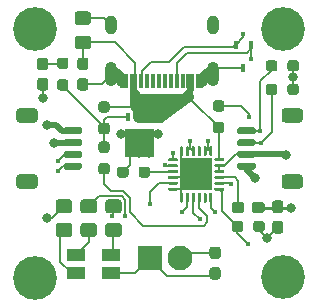
<source format=gbr>
%TF.GenerationSoftware,KiCad,Pcbnew,(5.1.7-0-10_14)*%
%TF.CreationDate,2020-10-21T09:17:32+08:00*%
%TF.ProjectId,STUSB4500_Breakout,53545553-4234-4353-9030-5f427265616b,rev?*%
%TF.SameCoordinates,Original*%
%TF.FileFunction,Copper,L1,Top*%
%TF.FilePolarity,Positive*%
%FSLAX46Y46*%
G04 Gerber Fmt 4.6, Leading zero omitted, Abs format (unit mm)*
G04 Created by KiCad (PCBNEW (5.1.7-0-10_14)) date 2020-10-21 09:17:32*
%MOMM*%
%LPD*%
G01*
G04 APERTURE LIST*
%TA.AperFunction,SMDPad,CuDef*%
%ADD10R,2.700000X2.700000*%
%TD*%
%TA.AperFunction,ComponentPad*%
%ADD11O,1.000000X2.100000*%
%TD*%
%TA.AperFunction,ComponentPad*%
%ADD12O,1.000000X1.600000*%
%TD*%
%TA.AperFunction,SMDPad,CuDef*%
%ADD13R,0.300000X1.150000*%
%TD*%
%TA.AperFunction,ComponentPad*%
%ADD14C,3.700000*%
%TD*%
%TA.AperFunction,SMDPad,CuDef*%
%ADD15R,0.450000X0.700000*%
%TD*%
%TA.AperFunction,SMDPad,CuDef*%
%ADD16R,1.500000X1.100000*%
%TD*%
%TA.AperFunction,ComponentPad*%
%ADD17R,2.100000X2.100000*%
%TD*%
%TA.AperFunction,ComponentPad*%
%ADD18C,2.100000*%
%TD*%
%TA.AperFunction,SMDPad,CuDef*%
%ADD19C,0.100000*%
%TD*%
%TA.AperFunction,SMDPad,CuDef*%
%ADD20R,0.400000X0.750000*%
%TD*%
%TA.AperFunction,ViaPad*%
%ADD21C,0.800000*%
%TD*%
%TA.AperFunction,ViaPad*%
%ADD22C,0.450000*%
%TD*%
%TA.AperFunction,Conductor*%
%ADD23C,0.200000*%
%TD*%
%TA.AperFunction,Conductor*%
%ADD24C,1.000000*%
%TD*%
%TA.AperFunction,Conductor*%
%ADD25C,0.250000*%
%TD*%
%TA.AperFunction,Conductor*%
%ADD26C,0.500000*%
%TD*%
%TA.AperFunction,Conductor*%
%ADD27C,0.254000*%
%TD*%
%TA.AperFunction,Conductor*%
%ADD28C,0.100000*%
%TD*%
G04 APERTURE END LIST*
%TO.P,R2,2*%
%TO.N,Net-(Q1-Pad4)*%
%TA.AperFunction,SMDPad,CuDef*%
G36*
G01*
X113062500Y-42925000D02*
X113537500Y-42925000D01*
G75*
G02*
X113775000Y-43162500I0J-237500D01*
G01*
X113775000Y-43662500D01*
G75*
G02*
X113537500Y-43900000I-237500J0D01*
G01*
X113062500Y-43900000D01*
G75*
G02*
X112825000Y-43662500I0J237500D01*
G01*
X112825000Y-43162500D01*
G75*
G02*
X113062500Y-42925000I237500J0D01*
G01*
G37*
%TD.AperFunction*%
%TO.P,R2,1*%
%TO.N,Net-(C1-Pad2)*%
%TA.AperFunction,SMDPad,CuDef*%
G36*
G01*
X113062500Y-41100000D02*
X113537500Y-41100000D01*
G75*
G02*
X113775000Y-41337500I0J-237500D01*
G01*
X113775000Y-41837500D01*
G75*
G02*
X113537500Y-42075000I-237500J0D01*
G01*
X113062500Y-42075000D01*
G75*
G02*
X112825000Y-41837500I0J237500D01*
G01*
X112825000Y-41337500D01*
G75*
G02*
X113062500Y-41100000I237500J0D01*
G01*
G37*
%TD.AperFunction*%
%TD*%
%TO.P,C1,1*%
%TO.N,VSNK*%
%TA.AperFunction,SMDPad,CuDef*%
G36*
G01*
X111837500Y-43900000D02*
X111362500Y-43900000D01*
G75*
G02*
X111125000Y-43662500I0J237500D01*
G01*
X111125000Y-43062500D01*
G75*
G02*
X111362500Y-42825000I237500J0D01*
G01*
X111837500Y-42825000D01*
G75*
G02*
X112075000Y-43062500I0J-237500D01*
G01*
X112075000Y-43662500D01*
G75*
G02*
X111837500Y-43900000I-237500J0D01*
G01*
G37*
%TD.AperFunction*%
%TO.P,C1,2*%
%TO.N,Net-(C1-Pad2)*%
%TA.AperFunction,SMDPad,CuDef*%
G36*
G01*
X111837500Y-42175000D02*
X111362500Y-42175000D01*
G75*
G02*
X111125000Y-41937500I0J237500D01*
G01*
X111125000Y-41337500D01*
G75*
G02*
X111362500Y-41100000I237500J0D01*
G01*
X111837500Y-41100000D01*
G75*
G02*
X112075000Y-41337500I0J-237500D01*
G01*
X112075000Y-41937500D01*
G75*
G02*
X111837500Y-42175000I-237500J0D01*
G01*
G37*
%TD.AperFunction*%
%TD*%
%TO.P,R6,2*%
%TO.N,SCL*%
%TA.AperFunction,SMDPad,CuDef*%
G36*
G01*
X131475000Y-41562500D02*
X131475000Y-42037500D01*
G75*
G02*
X131237500Y-42275000I-237500J0D01*
G01*
X130737500Y-42275000D01*
G75*
G02*
X130500000Y-42037500I0J237500D01*
G01*
X130500000Y-41562500D01*
G75*
G02*
X130737500Y-41325000I237500J0D01*
G01*
X131237500Y-41325000D01*
G75*
G02*
X131475000Y-41562500I0J-237500D01*
G01*
G37*
%TD.AperFunction*%
%TO.P,R6,1*%
%TO.N,VCC*%
%TA.AperFunction,SMDPad,CuDef*%
G36*
G01*
X133300000Y-41562500D02*
X133300000Y-42037500D01*
G75*
G02*
X133062500Y-42275000I-237500J0D01*
G01*
X132562500Y-42275000D01*
G75*
G02*
X132325000Y-42037500I0J237500D01*
G01*
X132325000Y-41562500D01*
G75*
G02*
X132562500Y-41325000I237500J0D01*
G01*
X133062500Y-41325000D01*
G75*
G02*
X133300000Y-41562500I0J-237500D01*
G01*
G37*
%TD.AperFunction*%
%TD*%
%TO.P,U1,1*%
%TO.N,CC1*%
%TA.AperFunction,SMDPad,CuDef*%
G36*
G01*
X125787500Y-48625000D02*
X125912500Y-48625000D01*
G75*
G02*
X125975000Y-48687500I0J-62500D01*
G01*
X125975000Y-49387500D01*
G75*
G02*
X125912500Y-49450000I-62500J0D01*
G01*
X125787500Y-49450000D01*
G75*
G02*
X125725000Y-49387500I0J62500D01*
G01*
X125725000Y-48687500D01*
G75*
G02*
X125787500Y-48625000I62500J0D01*
G01*
G37*
%TD.AperFunction*%
%TO.P,U1,2*%
%TA.AperFunction,SMDPad,CuDef*%
G36*
G01*
X125287500Y-48625000D02*
X125412500Y-48625000D01*
G75*
G02*
X125475000Y-48687500I0J-62500D01*
G01*
X125475000Y-49387500D01*
G75*
G02*
X125412500Y-49450000I-62500J0D01*
G01*
X125287500Y-49450000D01*
G75*
G02*
X125225000Y-49387500I0J62500D01*
G01*
X125225000Y-48687500D01*
G75*
G02*
X125287500Y-48625000I62500J0D01*
G01*
G37*
%TD.AperFunction*%
%TO.P,U1,3*%
%TO.N,Net-(U1-Pad3)*%
%TA.AperFunction,SMDPad,CuDef*%
G36*
G01*
X124787500Y-48625000D02*
X124912500Y-48625000D01*
G75*
G02*
X124975000Y-48687500I0J-62500D01*
G01*
X124975000Y-49387500D01*
G75*
G02*
X124912500Y-49450000I-62500J0D01*
G01*
X124787500Y-49450000D01*
G75*
G02*
X124725000Y-49387500I0J62500D01*
G01*
X124725000Y-48687500D01*
G75*
G02*
X124787500Y-48625000I62500J0D01*
G01*
G37*
%TD.AperFunction*%
%TO.P,U1,4*%
%TO.N,CC2*%
%TA.AperFunction,SMDPad,CuDef*%
G36*
G01*
X124287500Y-48625000D02*
X124412500Y-48625000D01*
G75*
G02*
X124475000Y-48687500I0J-62500D01*
G01*
X124475000Y-49387500D01*
G75*
G02*
X124412500Y-49450000I-62500J0D01*
G01*
X124287500Y-49450000D01*
G75*
G02*
X124225000Y-49387500I0J62500D01*
G01*
X124225000Y-48687500D01*
G75*
G02*
X124287500Y-48625000I62500J0D01*
G01*
G37*
%TD.AperFunction*%
%TO.P,U1,5*%
%TA.AperFunction,SMDPad,CuDef*%
G36*
G01*
X123787500Y-48625000D02*
X123912500Y-48625000D01*
G75*
G02*
X123975000Y-48687500I0J-62500D01*
G01*
X123975000Y-49387500D01*
G75*
G02*
X123912500Y-49450000I-62500J0D01*
G01*
X123787500Y-49450000D01*
G75*
G02*
X123725000Y-49387500I0J62500D01*
G01*
X123725000Y-48687500D01*
G75*
G02*
X123787500Y-48625000I62500J0D01*
G01*
G37*
%TD.AperFunction*%
%TO.P,U1,6*%
%TO.N,GND*%
%TA.AperFunction,SMDPad,CuDef*%
G36*
G01*
X123287500Y-48625000D02*
X123412500Y-48625000D01*
G75*
G02*
X123475000Y-48687500I0J-62500D01*
G01*
X123475000Y-49387500D01*
G75*
G02*
X123412500Y-49450000I-62500J0D01*
G01*
X123287500Y-49450000D01*
G75*
G02*
X123225000Y-49387500I0J62500D01*
G01*
X123225000Y-48687500D01*
G75*
G02*
X123287500Y-48625000I62500J0D01*
G01*
G37*
%TD.AperFunction*%
%TO.P,U1,7*%
%TO.N,SCL*%
%TA.AperFunction,SMDPad,CuDef*%
G36*
G01*
X122287500Y-49625000D02*
X122987500Y-49625000D01*
G75*
G02*
X123050000Y-49687500I0J-62500D01*
G01*
X123050000Y-49812500D01*
G75*
G02*
X122987500Y-49875000I-62500J0D01*
G01*
X122287500Y-49875000D01*
G75*
G02*
X122225000Y-49812500I0J62500D01*
G01*
X122225000Y-49687500D01*
G75*
G02*
X122287500Y-49625000I62500J0D01*
G01*
G37*
%TD.AperFunction*%
%TO.P,U1,8*%
%TO.N,SDA*%
%TA.AperFunction,SMDPad,CuDef*%
G36*
G01*
X122287500Y-50125000D02*
X122987500Y-50125000D01*
G75*
G02*
X123050000Y-50187500I0J-62500D01*
G01*
X123050000Y-50312500D01*
G75*
G02*
X122987500Y-50375000I-62500J0D01*
G01*
X122287500Y-50375000D01*
G75*
G02*
X122225000Y-50312500I0J62500D01*
G01*
X122225000Y-50187500D01*
G75*
G02*
X122287500Y-50125000I62500J0D01*
G01*
G37*
%TD.AperFunction*%
%TO.P,U1,9*%
%TO.N,DISCH*%
%TA.AperFunction,SMDPad,CuDef*%
G36*
G01*
X122287500Y-50625000D02*
X122987500Y-50625000D01*
G75*
G02*
X123050000Y-50687500I0J-62500D01*
G01*
X123050000Y-50812500D01*
G75*
G02*
X122987500Y-50875000I-62500J0D01*
G01*
X122287500Y-50875000D01*
G75*
G02*
X122225000Y-50812500I0J62500D01*
G01*
X122225000Y-50687500D01*
G75*
G02*
X122287500Y-50625000I62500J0D01*
G01*
G37*
%TD.AperFunction*%
%TO.P,U1,10*%
%TO.N,GND*%
%TA.AperFunction,SMDPad,CuDef*%
G36*
G01*
X122287500Y-51125000D02*
X122987500Y-51125000D01*
G75*
G02*
X123050000Y-51187500I0J-62500D01*
G01*
X123050000Y-51312500D01*
G75*
G02*
X122987500Y-51375000I-62500J0D01*
G01*
X122287500Y-51375000D01*
G75*
G02*
X122225000Y-51312500I0J62500D01*
G01*
X122225000Y-51187500D01*
G75*
G02*
X122287500Y-51125000I62500J0D01*
G01*
G37*
%TD.AperFunction*%
%TO.P,U1,11*%
%TO.N,ATTACH*%
%TA.AperFunction,SMDPad,CuDef*%
G36*
G01*
X122287500Y-51625000D02*
X122987500Y-51625000D01*
G75*
G02*
X123050000Y-51687500I0J-62500D01*
G01*
X123050000Y-51812500D01*
G75*
G02*
X122987500Y-51875000I-62500J0D01*
G01*
X122287500Y-51875000D01*
G75*
G02*
X122225000Y-51812500I0J62500D01*
G01*
X122225000Y-51687500D01*
G75*
G02*
X122287500Y-51625000I62500J0D01*
G01*
G37*
%TD.AperFunction*%
%TO.P,U1,12*%
%TO.N,GND*%
%TA.AperFunction,SMDPad,CuDef*%
G36*
G01*
X122287500Y-52125000D02*
X122987500Y-52125000D01*
G75*
G02*
X123050000Y-52187500I0J-62500D01*
G01*
X123050000Y-52312500D01*
G75*
G02*
X122987500Y-52375000I-62500J0D01*
G01*
X122287500Y-52375000D01*
G75*
G02*
X122225000Y-52312500I0J62500D01*
G01*
X122225000Y-52187500D01*
G75*
G02*
X122287500Y-52125000I62500J0D01*
G01*
G37*
%TD.AperFunction*%
%TO.P,U1,13*%
%TA.AperFunction,SMDPad,CuDef*%
G36*
G01*
X123287500Y-52550000D02*
X123412500Y-52550000D01*
G75*
G02*
X123475000Y-52612500I0J-62500D01*
G01*
X123475000Y-53312500D01*
G75*
G02*
X123412500Y-53375000I-62500J0D01*
G01*
X123287500Y-53375000D01*
G75*
G02*
X123225000Y-53312500I0J62500D01*
G01*
X123225000Y-52612500D01*
G75*
G02*
X123287500Y-52550000I62500J0D01*
G01*
G37*
%TD.AperFunction*%
%TO.P,U1,14*%
%TO.N,PDO3*%
%TA.AperFunction,SMDPad,CuDef*%
G36*
G01*
X123787500Y-52550000D02*
X123912500Y-52550000D01*
G75*
G02*
X123975000Y-52612500I0J-62500D01*
G01*
X123975000Y-53312500D01*
G75*
G02*
X123912500Y-53375000I-62500J0D01*
G01*
X123787500Y-53375000D01*
G75*
G02*
X123725000Y-53312500I0J62500D01*
G01*
X123725000Y-52612500D01*
G75*
G02*
X123787500Y-52550000I62500J0D01*
G01*
G37*
%TD.AperFunction*%
%TO.P,U1,15*%
%TO.N,GPIO*%
%TA.AperFunction,SMDPad,CuDef*%
G36*
G01*
X124287500Y-52550000D02*
X124412500Y-52550000D01*
G75*
G02*
X124475000Y-52612500I0J-62500D01*
G01*
X124475000Y-53312500D01*
G75*
G02*
X124412500Y-53375000I-62500J0D01*
G01*
X124287500Y-53375000D01*
G75*
G02*
X124225000Y-53312500I0J62500D01*
G01*
X124225000Y-52612500D01*
G75*
G02*
X124287500Y-52550000I62500J0D01*
G01*
G37*
%TD.AperFunction*%
%TO.P,U1,16*%
%TO.N,VBUS_EN_SNK*%
%TA.AperFunction,SMDPad,CuDef*%
G36*
G01*
X124787500Y-52550000D02*
X124912500Y-52550000D01*
G75*
G02*
X124975000Y-52612500I0J-62500D01*
G01*
X124975000Y-53312500D01*
G75*
G02*
X124912500Y-53375000I-62500J0D01*
G01*
X124787500Y-53375000D01*
G75*
G02*
X124725000Y-53312500I0J62500D01*
G01*
X124725000Y-52612500D01*
G75*
G02*
X124787500Y-52550000I62500J0D01*
G01*
G37*
%TD.AperFunction*%
%TO.P,U1,17*%
%TO.N,Net-(U1-Pad17)*%
%TA.AperFunction,SMDPad,CuDef*%
G36*
G01*
X125287500Y-52550000D02*
X125412500Y-52550000D01*
G75*
G02*
X125475000Y-52612500I0J-62500D01*
G01*
X125475000Y-53312500D01*
G75*
G02*
X125412500Y-53375000I-62500J0D01*
G01*
X125287500Y-53375000D01*
G75*
G02*
X125225000Y-53312500I0J62500D01*
G01*
X125225000Y-52612500D01*
G75*
G02*
X125287500Y-52550000I62500J0D01*
G01*
G37*
%TD.AperFunction*%
%TO.P,U1,18*%
%TO.N,Net-(R8-Pad1)*%
%TA.AperFunction,SMDPad,CuDef*%
G36*
G01*
X125787500Y-52550000D02*
X125912500Y-52550000D01*
G75*
G02*
X125975000Y-52612500I0J-62500D01*
G01*
X125975000Y-53312500D01*
G75*
G02*
X125912500Y-53375000I-62500J0D01*
G01*
X125787500Y-53375000D01*
G75*
G02*
X125725000Y-53312500I0J62500D01*
G01*
X125725000Y-52612500D01*
G75*
G02*
X125787500Y-52550000I62500J0D01*
G01*
G37*
%TD.AperFunction*%
%TO.P,U1,19*%
%TO.N,ALERT*%
%TA.AperFunction,SMDPad,CuDef*%
G36*
G01*
X126212500Y-52125000D02*
X126912500Y-52125000D01*
G75*
G02*
X126975000Y-52187500I0J-62500D01*
G01*
X126975000Y-52312500D01*
G75*
G02*
X126912500Y-52375000I-62500J0D01*
G01*
X126212500Y-52375000D01*
G75*
G02*
X126150000Y-52312500I0J62500D01*
G01*
X126150000Y-52187500D01*
G75*
G02*
X126212500Y-52125000I62500J0D01*
G01*
G37*
%TD.AperFunction*%
%TO.P,U1,20*%
%TO.N,PDO2*%
%TA.AperFunction,SMDPad,CuDef*%
G36*
G01*
X126212500Y-51625000D02*
X126912500Y-51625000D01*
G75*
G02*
X126975000Y-51687500I0J-62500D01*
G01*
X126975000Y-51812500D01*
G75*
G02*
X126912500Y-51875000I-62500J0D01*
G01*
X126212500Y-51875000D01*
G75*
G02*
X126150000Y-51812500I0J62500D01*
G01*
X126150000Y-51687500D01*
G75*
G02*
X126212500Y-51625000I62500J0D01*
G01*
G37*
%TD.AperFunction*%
%TO.P,U1,21*%
%TO.N,Net-(C2-Pad1)*%
%TA.AperFunction,SMDPad,CuDef*%
G36*
G01*
X126212500Y-51125000D02*
X126912500Y-51125000D01*
G75*
G02*
X126975000Y-51187500I0J-62500D01*
G01*
X126975000Y-51312500D01*
G75*
G02*
X126912500Y-51375000I-62500J0D01*
G01*
X126212500Y-51375000D01*
G75*
G02*
X126150000Y-51312500I0J62500D01*
G01*
X126150000Y-51187500D01*
G75*
G02*
X126212500Y-51125000I62500J0D01*
G01*
G37*
%TD.AperFunction*%
%TO.P,U1,22*%
%TO.N,VCC*%
%TA.AperFunction,SMDPad,CuDef*%
G36*
G01*
X126212500Y-50625000D02*
X126912500Y-50625000D01*
G75*
G02*
X126975000Y-50687500I0J-62500D01*
G01*
X126975000Y-50812500D01*
G75*
G02*
X126912500Y-50875000I-62500J0D01*
G01*
X126212500Y-50875000D01*
G75*
G02*
X126150000Y-50812500I0J62500D01*
G01*
X126150000Y-50687500D01*
G75*
G02*
X126212500Y-50625000I62500J0D01*
G01*
G37*
%TD.AperFunction*%
%TO.P,U1,23*%
%TA.AperFunction,SMDPad,CuDef*%
G36*
G01*
X126212500Y-50125000D02*
X126912500Y-50125000D01*
G75*
G02*
X126975000Y-50187500I0J-62500D01*
G01*
X126975000Y-50312500D01*
G75*
G02*
X126912500Y-50375000I-62500J0D01*
G01*
X126212500Y-50375000D01*
G75*
G02*
X126150000Y-50312500I0J62500D01*
G01*
X126150000Y-50187500D01*
G75*
G02*
X126212500Y-50125000I62500J0D01*
G01*
G37*
%TD.AperFunction*%
%TO.P,U1,24*%
%TO.N,VBUS*%
%TA.AperFunction,SMDPad,CuDef*%
G36*
G01*
X126212500Y-49625000D02*
X126912500Y-49625000D01*
G75*
G02*
X126975000Y-49687500I0J-62500D01*
G01*
X126975000Y-49812500D01*
G75*
G02*
X126912500Y-49875000I-62500J0D01*
G01*
X126212500Y-49875000D01*
G75*
G02*
X126150000Y-49812500I0J62500D01*
G01*
X126150000Y-49687500D01*
G75*
G02*
X126212500Y-49625000I62500J0D01*
G01*
G37*
%TD.AperFunction*%
D10*
%TO.P,U1,25*%
%TO.N,GND*%
X124600000Y-51000000D03*
%TD*%
D11*
%TO.P,J1,S1*%
%TO.N,GND*%
X126020000Y-42505000D03*
X117380000Y-42505000D03*
D12*
X126020000Y-38325000D03*
X117380000Y-38325000D03*
D13*
%TO.P,J1,B1*%
X118650000Y-43070000D03*
%TO.P,J1,B4*%
%TO.N,VBUS*%
X119450000Y-43070000D03*
%TO.P,J1,B5*%
%TO.N,CC2*%
X119950000Y-43070000D03*
%TO.P,J1,A8*%
%TO.N,Net-(J1-PadA8)*%
X120450000Y-43070000D03*
%TO.P,J1,B6*%
%TO.N,Net-(J1-PadB6)*%
X120950000Y-43070000D03*
%TO.P,J1,A7*%
%TO.N,Net-(J1-PadA7)*%
X121450000Y-43070000D03*
%TO.P,J1,A6*%
%TO.N,Net-(J1-PadA6)*%
X121950000Y-43070000D03*
%TO.P,J1,B7*%
%TO.N,Net-(J1-PadB7)*%
X122450000Y-43070000D03*
%TO.P,J1,A5*%
%TO.N,CC1*%
X122950000Y-43070000D03*
%TO.P,J1,B8*%
%TO.N,Net-(J1-PadB8)*%
X123450000Y-43070000D03*
%TO.P,J1,A4*%
%TO.N,VBUS*%
X124250000Y-43070000D03*
%TO.P,J1,A1*%
%TO.N,GND*%
X125050000Y-43070000D03*
%TO.P,J1,B12*%
X124750000Y-43070000D03*
%TO.P,J1,B9*%
%TO.N,VBUS*%
X123950000Y-43070000D03*
%TO.P,J1,A9*%
X119150000Y-43070000D03*
%TO.P,J1,A12*%
%TO.N,GND*%
X118350000Y-43070000D03*
%TD*%
D14*
%TO.P,H4,1*%
%TO.N,GND*%
X131960000Y-59700000D03*
%TD*%
%TO.P,H3,1*%
%TO.N,GND*%
X110960000Y-59750000D03*
%TD*%
%TO.P,H2,1*%
%TO.N,GND*%
X131960000Y-38700000D03*
%TD*%
%TO.P,H1,1*%
%TO.N,GND*%
X110950000Y-38650000D03*
%TD*%
D15*
%TO.P,D1,3*%
%TO.N,GND*%
X128600000Y-42000000D03*
%TO.P,D1,2*%
%TO.N,CC2*%
X127950000Y-40000000D03*
%TO.P,D1,1*%
%TO.N,CC1*%
X129250000Y-40000000D03*
%TD*%
%TO.P,C2,1*%
%TO.N,Net-(C2-Pad1)*%
%TA.AperFunction,SMDPad,CuDef*%
G36*
G01*
X127600000Y-54037500D02*
X127600000Y-53562500D01*
G75*
G02*
X127837500Y-53325000I237500J0D01*
G01*
X128437500Y-53325000D01*
G75*
G02*
X128675000Y-53562500I0J-237500D01*
G01*
X128675000Y-54037500D01*
G75*
G02*
X128437500Y-54275000I-237500J0D01*
G01*
X127837500Y-54275000D01*
G75*
G02*
X127600000Y-54037500I0J237500D01*
G01*
G37*
%TD.AperFunction*%
%TO.P,C2,2*%
%TO.N,GND*%
%TA.AperFunction,SMDPad,CuDef*%
G36*
G01*
X129325000Y-54037500D02*
X129325000Y-53562500D01*
G75*
G02*
X129562500Y-53325000I237500J0D01*
G01*
X130162500Y-53325000D01*
G75*
G02*
X130400000Y-53562500I0J-237500D01*
G01*
X130400000Y-54037500D01*
G75*
G02*
X130162500Y-54275000I-237500J0D01*
G01*
X129562500Y-54275000D01*
G75*
G02*
X129325000Y-54037500I0J237500D01*
G01*
G37*
%TD.AperFunction*%
%TD*%
%TO.P,C3,2*%
%TO.N,GND*%
%TA.AperFunction,SMDPad,CuDef*%
G36*
G01*
X131737500Y-54275000D02*
X131262500Y-54275000D01*
G75*
G02*
X131025000Y-54037500I0J237500D01*
G01*
X131025000Y-53437500D01*
G75*
G02*
X131262500Y-53200000I237500J0D01*
G01*
X131737500Y-53200000D01*
G75*
G02*
X131975000Y-53437500I0J-237500D01*
G01*
X131975000Y-54037500D01*
G75*
G02*
X131737500Y-54275000I-237500J0D01*
G01*
G37*
%TD.AperFunction*%
%TO.P,C3,1*%
%TO.N,VCC*%
%TA.AperFunction,SMDPad,CuDef*%
G36*
G01*
X131737500Y-56000000D02*
X131262500Y-56000000D01*
G75*
G02*
X131025000Y-55762500I0J237500D01*
G01*
X131025000Y-55162500D01*
G75*
G02*
X131262500Y-54925000I237500J0D01*
G01*
X131737500Y-54925000D01*
G75*
G02*
X131975000Y-55162500I0J-237500D01*
G01*
X131975000Y-55762500D01*
G75*
G02*
X131737500Y-56000000I-237500J0D01*
G01*
G37*
%TD.AperFunction*%
%TD*%
%TO.P,C4,1*%
%TO.N,VBUS*%
%TA.AperFunction,SMDPad,CuDef*%
G36*
G01*
X115450001Y-40400000D02*
X114549999Y-40400000D01*
G75*
G02*
X114300000Y-40150001I0J249999D01*
G01*
X114300000Y-39499999D01*
G75*
G02*
X114549999Y-39250000I249999J0D01*
G01*
X115450001Y-39250000D01*
G75*
G02*
X115700000Y-39499999I0J-249999D01*
G01*
X115700000Y-40150001D01*
G75*
G02*
X115450001Y-40400000I-249999J0D01*
G01*
G37*
%TD.AperFunction*%
%TO.P,C4,2*%
%TO.N,GND*%
%TA.AperFunction,SMDPad,CuDef*%
G36*
G01*
X115450001Y-38350000D02*
X114549999Y-38350000D01*
G75*
G02*
X114300000Y-38100001I0J249999D01*
G01*
X114300000Y-37449999D01*
G75*
G02*
X114549999Y-37200000I249999J0D01*
G01*
X115450001Y-37200000D01*
G75*
G02*
X115700000Y-37449999I0J-249999D01*
G01*
X115700000Y-38100001D01*
G75*
G02*
X115450001Y-38350000I-249999J0D01*
G01*
G37*
%TD.AperFunction*%
%TD*%
%TO.P,D3,2*%
%TO.N,GND*%
%TA.AperFunction,SMDPad,CuDef*%
G36*
G01*
X114762500Y-42850000D02*
X115237500Y-42850000D01*
G75*
G02*
X115475000Y-43087500I0J-237500D01*
G01*
X115475000Y-43662500D01*
G75*
G02*
X115237500Y-43900000I-237500J0D01*
G01*
X114762500Y-43900000D01*
G75*
G02*
X114525000Y-43662500I0J237500D01*
G01*
X114525000Y-43087500D01*
G75*
G02*
X114762500Y-42850000I237500J0D01*
G01*
G37*
%TD.AperFunction*%
%TO.P,D3,1*%
%TO.N,VBUS*%
%TA.AperFunction,SMDPad,CuDef*%
G36*
G01*
X114762500Y-41100000D02*
X115237500Y-41100000D01*
G75*
G02*
X115475000Y-41337500I0J-237500D01*
G01*
X115475000Y-41912500D01*
G75*
G02*
X115237500Y-42150000I-237500J0D01*
G01*
X114762500Y-42150000D01*
G75*
G02*
X114525000Y-41912500I0J237500D01*
G01*
X114525000Y-41337500D01*
G75*
G02*
X114762500Y-41100000I237500J0D01*
G01*
G37*
%TD.AperFunction*%
%TD*%
%TO.P,D4,1*%
%TO.N,VSNK*%
%TA.AperFunction,SMDPad,CuDef*%
G36*
G01*
X126437500Y-59900000D02*
X125962500Y-59900000D01*
G75*
G02*
X125725000Y-59662500I0J237500D01*
G01*
X125725000Y-59087500D01*
G75*
G02*
X125962500Y-58850000I237500J0D01*
G01*
X126437500Y-58850000D01*
G75*
G02*
X126675000Y-59087500I0J-237500D01*
G01*
X126675000Y-59662500D01*
G75*
G02*
X126437500Y-59900000I-237500J0D01*
G01*
G37*
%TD.AperFunction*%
%TO.P,D4,2*%
%TO.N,GND*%
%TA.AperFunction,SMDPad,CuDef*%
G36*
G01*
X126437500Y-58150000D02*
X125962500Y-58150000D01*
G75*
G02*
X125725000Y-57912500I0J237500D01*
G01*
X125725000Y-57337500D01*
G75*
G02*
X125962500Y-57100000I237500J0D01*
G01*
X126437500Y-57100000D01*
G75*
G02*
X126675000Y-57337500I0J-237500D01*
G01*
X126675000Y-57912500D01*
G75*
G02*
X126437500Y-58150000I-237500J0D01*
G01*
G37*
%TD.AperFunction*%
%TD*%
D16*
%TO.P,D5,1*%
%TO.N,VSNK*%
X117400000Y-59350000D03*
%TO.P,D5,2*%
%TO.N,Net-(D5-Pad2)*%
X114400000Y-59350000D03*
%TO.P,D5,3*%
%TO.N,Net-(D5-Pad3)*%
X114400000Y-57850000D03*
%TO.P,D5,4*%
%TO.N,Net-(D5-Pad4)*%
X117400000Y-57850000D03*
%TD*%
%TO.P,J2,1*%
%TO.N,GND*%
%TA.AperFunction,SMDPad,CuDef*%
G36*
G01*
X113535000Y-47000000D02*
X114785000Y-47000000D01*
G75*
G02*
X114935000Y-47150000I0J-150000D01*
G01*
X114935000Y-47450000D01*
G75*
G02*
X114785000Y-47600000I-150000J0D01*
G01*
X113535000Y-47600000D01*
G75*
G02*
X113385000Y-47450000I0J150000D01*
G01*
X113385000Y-47150000D01*
G75*
G02*
X113535000Y-47000000I150000J0D01*
G01*
G37*
%TD.AperFunction*%
%TO.P,J2,2*%
%TO.N,VCC*%
%TA.AperFunction,SMDPad,CuDef*%
G36*
G01*
X113535000Y-48000000D02*
X114785000Y-48000000D01*
G75*
G02*
X114935000Y-48150000I0J-150000D01*
G01*
X114935000Y-48450000D01*
G75*
G02*
X114785000Y-48600000I-150000J0D01*
G01*
X113535000Y-48600000D01*
G75*
G02*
X113385000Y-48450000I0J150000D01*
G01*
X113385000Y-48150000D01*
G75*
G02*
X113535000Y-48000000I150000J0D01*
G01*
G37*
%TD.AperFunction*%
%TO.P,J2,3*%
%TO.N,SDA*%
%TA.AperFunction,SMDPad,CuDef*%
G36*
G01*
X113535000Y-49000000D02*
X114785000Y-49000000D01*
G75*
G02*
X114935000Y-49150000I0J-150000D01*
G01*
X114935000Y-49450000D01*
G75*
G02*
X114785000Y-49600000I-150000J0D01*
G01*
X113535000Y-49600000D01*
G75*
G02*
X113385000Y-49450000I0J150000D01*
G01*
X113385000Y-49150000D01*
G75*
G02*
X113535000Y-49000000I150000J0D01*
G01*
G37*
%TD.AperFunction*%
%TO.P,J2,4*%
%TO.N,SCL*%
%TA.AperFunction,SMDPad,CuDef*%
G36*
G01*
X113535000Y-50000000D02*
X114785000Y-50000000D01*
G75*
G02*
X114935000Y-50150000I0J-150000D01*
G01*
X114935000Y-50450000D01*
G75*
G02*
X114785000Y-50600000I-150000J0D01*
G01*
X113535000Y-50600000D01*
G75*
G02*
X113385000Y-50450000I0J150000D01*
G01*
X113385000Y-50150000D01*
G75*
G02*
X113535000Y-50000000I150000J0D01*
G01*
G37*
%TD.AperFunction*%
%TO.P,J2,MP*%
%TO.N,N/C*%
%TA.AperFunction,SMDPad,CuDef*%
G36*
G01*
X109634999Y-45400000D02*
X110935001Y-45400000D01*
G75*
G02*
X111185000Y-45649999I0J-249999D01*
G01*
X111185000Y-46350001D01*
G75*
G02*
X110935001Y-46600000I-249999J0D01*
G01*
X109634999Y-46600000D01*
G75*
G02*
X109385000Y-46350001I0J249999D01*
G01*
X109385000Y-45649999D01*
G75*
G02*
X109634999Y-45400000I249999J0D01*
G01*
G37*
%TD.AperFunction*%
%TA.AperFunction,SMDPad,CuDef*%
G36*
G01*
X109634999Y-51000000D02*
X110935001Y-51000000D01*
G75*
G02*
X111185000Y-51249999I0J-249999D01*
G01*
X111185000Y-51950001D01*
G75*
G02*
X110935001Y-52200000I-249999J0D01*
G01*
X109634999Y-52200000D01*
G75*
G02*
X109385000Y-51950001I0J249999D01*
G01*
X109385000Y-51249999D01*
G75*
G02*
X109634999Y-51000000I249999J0D01*
G01*
G37*
%TD.AperFunction*%
%TD*%
%TO.P,J3,MP*%
%TO.N,N/C*%
%TA.AperFunction,SMDPad,CuDef*%
G36*
G01*
X133385001Y-46600000D02*
X132084999Y-46600000D01*
G75*
G02*
X131835000Y-46350001I0J249999D01*
G01*
X131835000Y-45649999D01*
G75*
G02*
X132084999Y-45400000I249999J0D01*
G01*
X133385001Y-45400000D01*
G75*
G02*
X133635000Y-45649999I0J-249999D01*
G01*
X133635000Y-46350001D01*
G75*
G02*
X133385001Y-46600000I-249999J0D01*
G01*
G37*
%TD.AperFunction*%
%TA.AperFunction,SMDPad,CuDef*%
G36*
G01*
X133385001Y-52200000D02*
X132084999Y-52200000D01*
G75*
G02*
X131835000Y-51950001I0J249999D01*
G01*
X131835000Y-51249999D01*
G75*
G02*
X132084999Y-51000000I249999J0D01*
G01*
X133385001Y-51000000D01*
G75*
G02*
X133635000Y-51249999I0J-249999D01*
G01*
X133635000Y-51950001D01*
G75*
G02*
X133385001Y-52200000I-249999J0D01*
G01*
G37*
%TD.AperFunction*%
%TO.P,J3,4*%
%TO.N,SCL*%
%TA.AperFunction,SMDPad,CuDef*%
G36*
G01*
X129485000Y-47600000D02*
X128235000Y-47600000D01*
G75*
G02*
X128085000Y-47450000I0J150000D01*
G01*
X128085000Y-47150000D01*
G75*
G02*
X128235000Y-47000000I150000J0D01*
G01*
X129485000Y-47000000D01*
G75*
G02*
X129635000Y-47150000I0J-150000D01*
G01*
X129635000Y-47450000D01*
G75*
G02*
X129485000Y-47600000I-150000J0D01*
G01*
G37*
%TD.AperFunction*%
%TO.P,J3,3*%
%TO.N,SDA*%
%TA.AperFunction,SMDPad,CuDef*%
G36*
G01*
X129485000Y-48600000D02*
X128235000Y-48600000D01*
G75*
G02*
X128085000Y-48450000I0J150000D01*
G01*
X128085000Y-48150000D01*
G75*
G02*
X128235000Y-48000000I150000J0D01*
G01*
X129485000Y-48000000D01*
G75*
G02*
X129635000Y-48150000I0J-150000D01*
G01*
X129635000Y-48450000D01*
G75*
G02*
X129485000Y-48600000I-150000J0D01*
G01*
G37*
%TD.AperFunction*%
%TO.P,J3,2*%
%TO.N,VCC*%
%TA.AperFunction,SMDPad,CuDef*%
G36*
G01*
X129485000Y-49600000D02*
X128235000Y-49600000D01*
G75*
G02*
X128085000Y-49450000I0J150000D01*
G01*
X128085000Y-49150000D01*
G75*
G02*
X128235000Y-49000000I150000J0D01*
G01*
X129485000Y-49000000D01*
G75*
G02*
X129635000Y-49150000I0J-150000D01*
G01*
X129635000Y-49450000D01*
G75*
G02*
X129485000Y-49600000I-150000J0D01*
G01*
G37*
%TD.AperFunction*%
%TO.P,J3,1*%
%TO.N,GND*%
%TA.AperFunction,SMDPad,CuDef*%
G36*
G01*
X129485000Y-50600000D02*
X128235000Y-50600000D01*
G75*
G02*
X128085000Y-50450000I0J150000D01*
G01*
X128085000Y-50150000D01*
G75*
G02*
X128235000Y-50000000I150000J0D01*
G01*
X129485000Y-50000000D01*
G75*
G02*
X129635000Y-50150000I0J-150000D01*
G01*
X129635000Y-50450000D01*
G75*
G02*
X129485000Y-50600000I-150000J0D01*
G01*
G37*
%TD.AperFunction*%
%TD*%
D17*
%TO.P,J4,1*%
%TO.N,VSNK*%
X120660000Y-58100000D03*
D18*
%TO.P,J4,2*%
%TO.N,GND*%
X123200000Y-58100000D03*
%TD*%
%TA.AperFunction,SMDPad,CuDef*%
D19*
%TO.P,Q1,5-6-7-8*%
%TO.N,VSNK*%
G36*
X118575000Y-47850000D02*
G01*
X118045000Y-47850000D01*
X118045000Y-47450000D01*
X118575000Y-47450000D01*
X118575000Y-47150000D01*
X121025000Y-47150000D01*
X121025000Y-47450000D01*
X121555000Y-47450000D01*
X121555000Y-47850000D01*
X121025000Y-47850000D01*
X121025000Y-49550000D01*
X118575000Y-49550000D01*
X118575000Y-47850000D01*
G37*
%TD.AperFunction*%
D20*
%TO.P,Q1,4*%
%TO.N,Net-(Q1-Pad4)*%
X118825000Y-46125000D03*
%TO.P,Q1,3*%
%TO.N,VBUS*%
X119475000Y-46125000D03*
%TO.P,Q1,2*%
X120125000Y-46125000D03*
%TO.P,Q1,1*%
X120775000Y-46125000D03*
%TD*%
%TO.P,R1,2*%
%TO.N,Net-(Q1-Pad4)*%
%TA.AperFunction,SMDPad,CuDef*%
G36*
G01*
X116562500Y-46625000D02*
X117037500Y-46625000D01*
G75*
G02*
X117275000Y-46862500I0J-237500D01*
G01*
X117275000Y-47362500D01*
G75*
G02*
X117037500Y-47600000I-237500J0D01*
G01*
X116562500Y-47600000D01*
G75*
G02*
X116325000Y-47362500I0J237500D01*
G01*
X116325000Y-46862500D01*
G75*
G02*
X116562500Y-46625000I237500J0D01*
G01*
G37*
%TD.AperFunction*%
%TO.P,R1,1*%
%TO.N,VBUS*%
%TA.AperFunction,SMDPad,CuDef*%
G36*
G01*
X116562500Y-44800000D02*
X117037500Y-44800000D01*
G75*
G02*
X117275000Y-45037500I0J-237500D01*
G01*
X117275000Y-45537500D01*
G75*
G02*
X117037500Y-45775000I-237500J0D01*
G01*
X116562500Y-45775000D01*
G75*
G02*
X116325000Y-45537500I0J237500D01*
G01*
X116325000Y-45037500D01*
G75*
G02*
X116562500Y-44800000I237500J0D01*
G01*
G37*
%TD.AperFunction*%
%TD*%
%TO.P,R3,1*%
%TO.N,Net-(Q1-Pad4)*%
%TA.AperFunction,SMDPad,CuDef*%
G36*
G01*
X116562500Y-48200000D02*
X117037500Y-48200000D01*
G75*
G02*
X117275000Y-48437500I0J-237500D01*
G01*
X117275000Y-48937500D01*
G75*
G02*
X117037500Y-49175000I-237500J0D01*
G01*
X116562500Y-49175000D01*
G75*
G02*
X116325000Y-48937500I0J237500D01*
G01*
X116325000Y-48437500D01*
G75*
G02*
X116562500Y-48200000I237500J0D01*
G01*
G37*
%TD.AperFunction*%
%TO.P,R3,2*%
%TO.N,VBUS_EN_SNK*%
%TA.AperFunction,SMDPad,CuDef*%
G36*
G01*
X116562500Y-50025000D02*
X117037500Y-50025000D01*
G75*
G02*
X117275000Y-50262500I0J-237500D01*
G01*
X117275000Y-50762500D01*
G75*
G02*
X117037500Y-51000000I-237500J0D01*
G01*
X116562500Y-51000000D01*
G75*
G02*
X116325000Y-50762500I0J237500D01*
G01*
X116325000Y-50262500D01*
G75*
G02*
X116562500Y-50025000I237500J0D01*
G01*
G37*
%TD.AperFunction*%
%TD*%
%TO.P,R4,1*%
%TO.N,VSNK*%
%TA.AperFunction,SMDPad,CuDef*%
G36*
G01*
X117900000Y-51037500D02*
X117900000Y-50562500D01*
G75*
G02*
X118137500Y-50325000I237500J0D01*
G01*
X118637500Y-50325000D01*
G75*
G02*
X118875000Y-50562500I0J-237500D01*
G01*
X118875000Y-51037500D01*
G75*
G02*
X118637500Y-51275000I-237500J0D01*
G01*
X118137500Y-51275000D01*
G75*
G02*
X117900000Y-51037500I0J237500D01*
G01*
G37*
%TD.AperFunction*%
%TO.P,R4,2*%
%TO.N,DISCH*%
%TA.AperFunction,SMDPad,CuDef*%
G36*
G01*
X119725000Y-51037500D02*
X119725000Y-50562500D01*
G75*
G02*
X119962500Y-50325000I237500J0D01*
G01*
X120462500Y-50325000D01*
G75*
G02*
X120700000Y-50562500I0J-237500D01*
G01*
X120700000Y-51037500D01*
G75*
G02*
X120462500Y-51275000I-237500J0D01*
G01*
X119962500Y-51275000D01*
G75*
G02*
X119725000Y-51037500I0J237500D01*
G01*
G37*
%TD.AperFunction*%
%TD*%
%TO.P,R5,1*%
%TO.N,VCC*%
%TA.AperFunction,SMDPad,CuDef*%
G36*
G01*
X133300000Y-43562500D02*
X133300000Y-44037500D01*
G75*
G02*
X133062500Y-44275000I-237500J0D01*
G01*
X132562500Y-44275000D01*
G75*
G02*
X132325000Y-44037500I0J237500D01*
G01*
X132325000Y-43562500D01*
G75*
G02*
X132562500Y-43325000I237500J0D01*
G01*
X133062500Y-43325000D01*
G75*
G02*
X133300000Y-43562500I0J-237500D01*
G01*
G37*
%TD.AperFunction*%
%TO.P,R5,2*%
%TO.N,SDA*%
%TA.AperFunction,SMDPad,CuDef*%
G36*
G01*
X131475000Y-43562500D02*
X131475000Y-44037500D01*
G75*
G02*
X131237500Y-44275000I-237500J0D01*
G01*
X130737500Y-44275000D01*
G75*
G02*
X130500000Y-44037500I0J237500D01*
G01*
X130500000Y-43562500D01*
G75*
G02*
X130737500Y-43325000I237500J0D01*
G01*
X131237500Y-43325000D01*
G75*
G02*
X131475000Y-43562500I0J-237500D01*
G01*
G37*
%TD.AperFunction*%
%TD*%
%TO.P,R7,2*%
%TO.N,ALERT*%
%TA.AperFunction,SMDPad,CuDef*%
G36*
G01*
X128575000Y-55162500D02*
X128575000Y-55637500D01*
G75*
G02*
X128337500Y-55875000I-237500J0D01*
G01*
X127837500Y-55875000D01*
G75*
G02*
X127600000Y-55637500I0J237500D01*
G01*
X127600000Y-55162500D01*
G75*
G02*
X127837500Y-54925000I237500J0D01*
G01*
X128337500Y-54925000D01*
G75*
G02*
X128575000Y-55162500I0J-237500D01*
G01*
G37*
%TD.AperFunction*%
%TO.P,R7,1*%
%TO.N,VCC*%
%TA.AperFunction,SMDPad,CuDef*%
G36*
G01*
X130400000Y-55162500D02*
X130400000Y-55637500D01*
G75*
G02*
X130162500Y-55875000I-237500J0D01*
G01*
X129662500Y-55875000D01*
G75*
G02*
X129425000Y-55637500I0J237500D01*
G01*
X129425000Y-55162500D01*
G75*
G02*
X129662500Y-54925000I237500J0D01*
G01*
X130162500Y-54925000D01*
G75*
G02*
X130400000Y-55162500I0J-237500D01*
G01*
G37*
%TD.AperFunction*%
%TD*%
%TO.P,R8,1*%
%TO.N,Net-(R8-Pad1)*%
%TA.AperFunction,SMDPad,CuDef*%
G36*
G01*
X126262500Y-44700000D02*
X126737500Y-44700000D01*
G75*
G02*
X126975000Y-44937500I0J-237500D01*
G01*
X126975000Y-45437500D01*
G75*
G02*
X126737500Y-45675000I-237500J0D01*
G01*
X126262500Y-45675000D01*
G75*
G02*
X126025000Y-45437500I0J237500D01*
G01*
X126025000Y-44937500D01*
G75*
G02*
X126262500Y-44700000I237500J0D01*
G01*
G37*
%TD.AperFunction*%
%TO.P,R8,2*%
%TO.N,VBUS*%
%TA.AperFunction,SMDPad,CuDef*%
G36*
G01*
X126262500Y-46525000D02*
X126737500Y-46525000D01*
G75*
G02*
X126975000Y-46762500I0J-237500D01*
G01*
X126975000Y-47262500D01*
G75*
G02*
X126737500Y-47500000I-237500J0D01*
G01*
X126262500Y-47500000D01*
G75*
G02*
X126025000Y-47262500I0J237500D01*
G01*
X126025000Y-46762500D01*
G75*
G02*
X126262500Y-46525000I237500J0D01*
G01*
G37*
%TD.AperFunction*%
%TD*%
%TO.P,R9,1*%
%TO.N,Net-(D5-Pad4)*%
%TA.AperFunction,SMDPad,CuDef*%
G36*
G01*
X118050001Y-56300000D02*
X117149999Y-56300000D01*
G75*
G02*
X116900000Y-56050001I0J249999D01*
G01*
X116900000Y-55349999D01*
G75*
G02*
X117149999Y-55100000I249999J0D01*
G01*
X118050001Y-55100000D01*
G75*
G02*
X118300000Y-55349999I0J-249999D01*
G01*
X118300000Y-56050001D01*
G75*
G02*
X118050001Y-56300000I-249999J0D01*
G01*
G37*
%TD.AperFunction*%
%TO.P,R9,2*%
%TO.N,PDO3*%
%TA.AperFunction,SMDPad,CuDef*%
G36*
G01*
X118050001Y-54300000D02*
X117149999Y-54300000D01*
G75*
G02*
X116900000Y-54050001I0J249999D01*
G01*
X116900000Y-53349999D01*
G75*
G02*
X117149999Y-53100000I249999J0D01*
G01*
X118050001Y-53100000D01*
G75*
G02*
X118300000Y-53349999I0J-249999D01*
G01*
X118300000Y-54050001D01*
G75*
G02*
X118050001Y-54300000I-249999J0D01*
G01*
G37*
%TD.AperFunction*%
%TD*%
%TO.P,R10,2*%
%TO.N,PDO2*%
%TA.AperFunction,SMDPad,CuDef*%
G36*
G01*
X115950001Y-54300000D02*
X115049999Y-54300000D01*
G75*
G02*
X114800000Y-54050001I0J249999D01*
G01*
X114800000Y-53349999D01*
G75*
G02*
X115049999Y-53100000I249999J0D01*
G01*
X115950001Y-53100000D01*
G75*
G02*
X116200000Y-53349999I0J-249999D01*
G01*
X116200000Y-54050001D01*
G75*
G02*
X115950001Y-54300000I-249999J0D01*
G01*
G37*
%TD.AperFunction*%
%TO.P,R10,1*%
%TO.N,Net-(D5-Pad3)*%
%TA.AperFunction,SMDPad,CuDef*%
G36*
G01*
X115950001Y-56300000D02*
X115049999Y-56300000D01*
G75*
G02*
X114800000Y-56050001I0J249999D01*
G01*
X114800000Y-55349999D01*
G75*
G02*
X115049999Y-55100000I249999J0D01*
G01*
X115950001Y-55100000D01*
G75*
G02*
X116200000Y-55349999I0J-249999D01*
G01*
X116200000Y-56050001D01*
G75*
G02*
X115950001Y-56300000I-249999J0D01*
G01*
G37*
%TD.AperFunction*%
%TD*%
%TO.P,R11,1*%
%TO.N,Net-(D5-Pad2)*%
%TA.AperFunction,SMDPad,CuDef*%
G36*
G01*
X113850001Y-56300000D02*
X112949999Y-56300000D01*
G75*
G02*
X112700000Y-56050001I0J249999D01*
G01*
X112700000Y-55349999D01*
G75*
G02*
X112949999Y-55100000I249999J0D01*
G01*
X113850001Y-55100000D01*
G75*
G02*
X114100000Y-55349999I0J-249999D01*
G01*
X114100000Y-56050001D01*
G75*
G02*
X113850001Y-56300000I-249999J0D01*
G01*
G37*
%TD.AperFunction*%
%TO.P,R11,2*%
%TO.N,GND*%
%TA.AperFunction,SMDPad,CuDef*%
G36*
G01*
X113850001Y-54300000D02*
X112949999Y-54300000D01*
G75*
G02*
X112700000Y-54050001I0J249999D01*
G01*
X112700000Y-53349999D01*
G75*
G02*
X112949999Y-53100000I249999J0D01*
G01*
X113850001Y-53100000D01*
G75*
G02*
X114100000Y-53349999I0J-249999D01*
G01*
X114100000Y-54050001D01*
G75*
G02*
X113850001Y-54300000I-249999J0D01*
G01*
G37*
%TD.AperFunction*%
%TD*%
D21*
%TO.N,VSNK*%
X119800000Y-47600000D03*
X119000000Y-47600000D03*
X120600000Y-47600000D03*
X120600000Y-48400000D03*
X119800000Y-48400000D03*
X119000000Y-48400000D03*
X119000000Y-49200000D03*
X119800000Y-49200000D03*
X120600000Y-49200000D03*
X121400000Y-47600000D03*
X118200000Y-47600000D03*
X111600000Y-44500000D03*
%TO.N,GND*%
X123700000Y-50100000D03*
X124600000Y-50100000D03*
X125500000Y-50100000D03*
X123700000Y-51000000D03*
X124600000Y-51000000D03*
X125500000Y-51000000D03*
X124600000Y-51900000D03*
X125500000Y-51900000D03*
X123700000Y-51900000D03*
X112000000Y-46799994D03*
X132600000Y-53800006D03*
X129600000Y-51300000D03*
X112000000Y-54700000D03*
%TO.N,VCC*%
X130599999Y-56400001D03*
X132223078Y-49323080D03*
X112600000Y-48299996D03*
X132812500Y-42787506D03*
D22*
%TO.N,CC1*%
X125600000Y-48200000D03*
X129225010Y-41200000D03*
%TO.N,CC2*%
X124100000Y-48200000D03*
X128600004Y-39100000D03*
%TO.N,SDA*%
X121966939Y-50224990D03*
X112899992Y-49900000D03*
X130110208Y-48310210D03*
%TO.N,SCL*%
X122600000Y-49200000D03*
X129974990Y-47300000D03*
X112900000Y-50700000D03*
%TO.N,ATTACH*%
X120700000Y-53499998D03*
%TO.N,ALERT*%
X129000000Y-56900000D03*
%TO.N,GPIO*%
X124900014Y-54800000D03*
%TO.N,Net-(R8-Pad1)*%
X126200000Y-54199996D03*
X129100000Y-46100000D03*
%TO.N,PDO3*%
X123400000Y-54174990D03*
X117513022Y-54528478D03*
%TO.N,PDO2*%
X127585011Y-51772511D03*
X118570172Y-54501461D03*
%TD*%
D23*
%TO.N,VSNK*%
X119000000Y-50187500D02*
X118387500Y-50800000D01*
X119000000Y-49200000D02*
X119000000Y-50187500D01*
X119410000Y-59350000D02*
X120660000Y-58100000D01*
X117400000Y-59350000D02*
X119410000Y-59350000D01*
X111600000Y-43362500D02*
X111600000Y-44500000D01*
X125975000Y-59600000D02*
X126200000Y-59375000D01*
X122160000Y-59600000D02*
X125975000Y-59600000D01*
X120660000Y-58100000D02*
X122160000Y-59600000D01*
%TO.N,Net-(C1-Pad2)*%
X113250000Y-41637500D02*
X113300000Y-41587500D01*
X111600000Y-41637500D02*
X113250000Y-41637500D01*
%TO.N,Net-(C2-Pad1)*%
X126562500Y-51250000D02*
X126564990Y-51247510D01*
X126564990Y-51247510D02*
X127847510Y-51247510D01*
X128137500Y-51537500D02*
X128137500Y-53800000D01*
X127847510Y-51247510D02*
X128137500Y-51537500D01*
D24*
%TO.N,GND*%
X125100001Y-43019999D02*
X125100001Y-43070000D01*
X125615000Y-42505000D02*
X125100001Y-43019999D01*
X126020000Y-42505000D02*
X125615000Y-42505000D01*
X118299999Y-43019999D02*
X118299999Y-43070000D01*
X117785000Y-42505000D02*
X118299999Y-43019999D01*
X117380000Y-42505000D02*
X117785000Y-42505000D01*
D23*
X126020000Y-41980000D02*
X126020000Y-42505000D01*
X123350000Y-49750000D02*
X123700000Y-50100000D01*
X123350000Y-49037500D02*
X123350000Y-49750000D01*
X123450000Y-51250000D02*
X123700000Y-51000000D01*
X122637500Y-51250000D02*
X123450000Y-51250000D01*
X123350000Y-52250000D02*
X124600000Y-51000000D01*
X123350000Y-52962500D02*
X123350000Y-52250000D01*
X116830000Y-37775000D02*
X117380000Y-38325000D01*
X115000000Y-37775000D02*
X116830000Y-37775000D01*
X123200000Y-58100000D02*
X123600000Y-58500000D01*
X131437500Y-53800000D02*
X131500000Y-53737500D01*
X129862500Y-53800000D02*
X131437500Y-53800000D01*
X122637500Y-52250000D02*
X123350000Y-52250000D01*
X123350000Y-52250000D02*
X123700000Y-51900000D01*
X116585000Y-43300000D02*
X117380000Y-42505000D01*
X115075000Y-43300000D02*
X116585000Y-43300000D01*
X115000000Y-43375000D02*
X115075000Y-43300000D01*
X126525000Y-42000000D02*
X126020000Y-42505000D01*
X128600000Y-42000000D02*
X126525000Y-42000000D01*
X132360006Y-53800006D02*
X132600000Y-53800006D01*
D25*
X132599994Y-53800000D02*
X132600000Y-53800006D01*
X129862500Y-53800000D02*
X132599994Y-53800000D01*
D26*
X132537494Y-53737500D02*
X132600000Y-53800006D01*
X113200000Y-47300000D02*
X114160000Y-47300000D01*
X112699994Y-46799994D02*
X113200000Y-47300000D01*
X112000000Y-46799994D02*
X112699994Y-46799994D01*
X128860000Y-50560000D02*
X129600000Y-51300000D01*
X128860000Y-50300000D02*
X128860000Y-50560000D01*
D23*
X112400000Y-54700000D02*
X113400000Y-53700000D01*
X112000000Y-54700000D02*
X112400000Y-54700000D01*
X123675000Y-57625000D02*
X123200000Y-58100000D01*
X126200000Y-57625000D02*
X123675000Y-57625000D01*
%TO.N,VCC*%
X127937668Y-49300000D02*
X128860000Y-49300000D01*
X126987668Y-50250000D02*
X127937668Y-49300000D01*
X126562500Y-50250000D02*
X126987668Y-50250000D01*
X126562500Y-50250000D02*
X126562500Y-50750000D01*
X131437500Y-55400000D02*
X131500000Y-55462500D01*
X129912500Y-55712502D02*
X130599999Y-56400001D01*
X129912500Y-55400000D02*
X129912500Y-55712502D01*
X131500000Y-55462500D02*
X130599999Y-56362501D01*
X130599999Y-56362501D02*
X130599999Y-56400001D01*
D26*
X132199998Y-49300000D02*
X132223078Y-49323080D01*
X128860000Y-49300000D02*
X132199998Y-49300000D01*
X114159996Y-48299996D02*
X114160000Y-48300000D01*
X112600000Y-48299996D02*
X114159996Y-48299996D01*
D23*
X132812500Y-41900000D02*
X132812500Y-42787506D01*
X132812500Y-43800000D02*
X132812500Y-42787506D01*
D26*
%TO.N,VBUS*%
X124149999Y-43850001D02*
X124149999Y-43070000D01*
X121875000Y-46125000D02*
X124149999Y-43850001D01*
X120075000Y-46125000D02*
X119250001Y-45300001D01*
X119250001Y-45300001D02*
X119250001Y-43070000D01*
X120775000Y-46125000D02*
X120075000Y-46125000D01*
X119349999Y-44005001D02*
X119349999Y-43070000D01*
X119475000Y-44130002D02*
X119349999Y-44005001D01*
X119475000Y-46125000D02*
X119475000Y-44130002D01*
X120125000Y-44780002D02*
X119475000Y-44130002D01*
X120125000Y-46125000D02*
X120125000Y-44780002D01*
X120775000Y-45430002D02*
X119349999Y-44005001D01*
X120775000Y-46125000D02*
X120775000Y-45430002D01*
X120125000Y-46125000D02*
X120575000Y-46125000D01*
D24*
X120775000Y-46125000D02*
X119725001Y-46125000D01*
X120775000Y-46125000D02*
X120775000Y-46025000D01*
X121600000Y-45200000D02*
X120775000Y-46025000D01*
X120775000Y-46125000D02*
X120725000Y-46125000D01*
X120725000Y-46125000D02*
X119800000Y-45200000D01*
D23*
X123950000Y-43070000D02*
X123950000Y-43650000D01*
X123950000Y-43650000D02*
X123900001Y-43699999D01*
D24*
X120775000Y-46125000D02*
X121575000Y-46125000D01*
D26*
X121575000Y-46125000D02*
X121875000Y-46125000D01*
D23*
X119475000Y-45659998D02*
X119475000Y-46125000D01*
X119102502Y-45287500D02*
X119475000Y-45659998D01*
X116800000Y-45287500D02*
X119102502Y-45287500D01*
X124250000Y-44050000D02*
X124250000Y-44350000D01*
X124250000Y-43070000D02*
X124250000Y-44050000D01*
X115000000Y-39825000D02*
X115000000Y-41625000D01*
X126500000Y-49687500D02*
X126562500Y-49750000D01*
X126500000Y-47012500D02*
X126500000Y-49687500D01*
X124250000Y-44762500D02*
X124250000Y-43070000D01*
X126500000Y-47012500D02*
X124250000Y-44762500D01*
X119450000Y-41550000D02*
X119450000Y-43070000D01*
X117725000Y-39825000D02*
X119450000Y-41550000D01*
X115000000Y-39825000D02*
X117725000Y-39825000D01*
%TO.N,CC1*%
X125600000Y-48787500D02*
X125350000Y-49037500D01*
X125600000Y-48100000D02*
X125600000Y-48900000D01*
X125600000Y-48787500D02*
X125850000Y-49037500D01*
X125600000Y-48100000D02*
X125600000Y-48787500D01*
X129250000Y-41175010D02*
X129225010Y-41200000D01*
X129250000Y-40000000D02*
X129250000Y-41175010D01*
X128877004Y-40700000D02*
X129250000Y-40327004D01*
X129250000Y-40327004D02*
X129250000Y-40000000D01*
X123800000Y-40700000D02*
X128877004Y-40700000D01*
X122950000Y-41550000D02*
X123800000Y-40700000D01*
X122950000Y-43070000D02*
X122950000Y-41550000D01*
%TO.N,CC2*%
X124100000Y-48787500D02*
X123850000Y-49037500D01*
X124100000Y-48787500D02*
X124350000Y-49037500D01*
X124100000Y-48200000D02*
X124100000Y-48787500D01*
X128600004Y-39349996D02*
X128600004Y-39100000D01*
X127950000Y-40000000D02*
X128600004Y-39349996D01*
X122300000Y-41500000D02*
X123600000Y-40200000D01*
X120754998Y-41500000D02*
X122300000Y-41500000D01*
X119999999Y-42254999D02*
X120754998Y-41500000D01*
X127750000Y-40200000D02*
X127950000Y-40000000D01*
X123600000Y-40200000D02*
X127750000Y-40200000D01*
X119999999Y-43070000D02*
X119999999Y-42254999D01*
X119950000Y-43070000D02*
X119999999Y-43070000D01*
%TO.N,Net-(D5-Pad2)*%
X113400000Y-55700000D02*
X113249999Y-55850001D01*
X113100000Y-56000000D02*
X113400000Y-55700000D01*
X113100000Y-58390002D02*
X113100000Y-56000000D01*
X114059998Y-59350000D02*
X113100000Y-58390002D01*
X114400000Y-59350000D02*
X114059998Y-59350000D01*
%TO.N,Net-(D5-Pad3)*%
X115500000Y-56750000D02*
X114400000Y-57850000D01*
X115500000Y-55700000D02*
X115500000Y-56750000D01*
%TO.N,Net-(D5-Pad4)*%
X117600000Y-57650000D02*
X117400000Y-57850000D01*
X117600000Y-55700000D02*
X117600000Y-57650000D01*
%TO.N,SDA*%
X122637500Y-50250000D02*
X121991949Y-50250000D01*
X121991949Y-50250000D02*
X121966939Y-50224990D01*
X130987500Y-43800000D02*
X130987500Y-47432918D01*
X128860000Y-48300000D02*
X130099998Y-48300000D01*
X130099998Y-48300000D02*
X130110208Y-48310210D01*
X130987500Y-47432918D02*
X130110208Y-48310210D01*
X112900000Y-49900000D02*
X112899992Y-49900000D01*
X113500000Y-49300000D02*
X112900000Y-49900000D01*
X114160000Y-49300000D02*
X113500000Y-49300000D01*
%TO.N,SCL*%
X122637500Y-49237500D02*
X122600000Y-49200000D01*
X122637500Y-49750000D02*
X122637500Y-49237500D01*
X128860000Y-47300000D02*
X129974990Y-47300000D01*
X130987500Y-42112500D02*
X130987500Y-41900000D01*
X129974990Y-43125010D02*
X130987500Y-42112500D01*
X129974990Y-47300000D02*
X129974990Y-43125010D01*
X114160000Y-50300000D02*
X113300000Y-50300000D01*
X113300000Y-50300000D02*
X112900000Y-50700000D01*
%TO.N,ATTACH*%
X120700000Y-52500000D02*
X120700000Y-53499998D01*
X121450000Y-51750000D02*
X120700000Y-52500000D01*
X122637500Y-51750000D02*
X121450000Y-51750000D01*
%TO.N,ALERT*%
X128087500Y-55987500D02*
X129000000Y-56900000D01*
X128087500Y-55400000D02*
X128087500Y-55987500D01*
X126800000Y-54112500D02*
X128087500Y-55400000D01*
X126800000Y-52487500D02*
X126800000Y-54112500D01*
X126562500Y-52250000D02*
X126800000Y-52487500D01*
%TO.N,GPIO*%
X124350000Y-52962500D02*
X124350000Y-54249986D01*
X124350000Y-54249986D02*
X124900014Y-54800000D01*
%TO.N,Net-(Q1-Pad4)*%
X116800000Y-47112500D02*
X116800000Y-48687500D01*
X116800000Y-47000000D02*
X116800000Y-47112500D01*
X113312500Y-43512500D02*
X116800000Y-47000000D01*
X113000000Y-43512500D02*
X113312500Y-43512500D01*
X116800000Y-46400000D02*
X116800000Y-47112500D01*
X117075000Y-46125000D02*
X116800000Y-46400000D01*
X118825000Y-46125000D02*
X117075000Y-46125000D01*
%TO.N,VBUS_EN_SNK*%
X125525002Y-54547998D02*
X124850000Y-53872996D01*
X125525002Y-55052002D02*
X125525002Y-54547998D01*
X125252002Y-55325002D02*
X125525002Y-55052002D01*
X119000021Y-52956487D02*
X119000021Y-54200021D01*
X120125002Y-55325002D02*
X125252002Y-55325002D01*
X118443513Y-52399979D02*
X119000021Y-52956487D01*
X117399979Y-52399979D02*
X118443513Y-52399979D01*
X119000021Y-54200021D02*
X120125002Y-55325002D01*
X116800000Y-51800000D02*
X117399979Y-52399979D01*
X124850000Y-53872996D02*
X124850000Y-52962500D01*
X116800000Y-50512500D02*
X116800000Y-51800000D01*
%TO.N,DISCH*%
X120212500Y-50800000D02*
X120262500Y-50750000D01*
X120262500Y-50750000D02*
X122637500Y-50750000D01*
%TO.N,Net-(R8-Pad1)*%
X125850000Y-53849996D02*
X126200000Y-54199996D01*
X125850000Y-52962500D02*
X125850000Y-53849996D01*
X129100000Y-45900000D02*
X129100000Y-46100000D01*
X128387500Y-45187500D02*
X129100000Y-45900000D01*
X126500000Y-45187500D02*
X128387500Y-45187500D01*
%TO.N,PDO3*%
X123850000Y-52962500D02*
X123850000Y-53724990D01*
X123850000Y-53724990D02*
X123400000Y-54174990D01*
X117600000Y-53700000D02*
X117600000Y-54441500D01*
X117600000Y-54441500D02*
X117513022Y-54528478D01*
%TO.N,PDO2*%
X126562500Y-51750000D02*
X127562500Y-51750000D01*
X127562500Y-51750000D02*
X127585011Y-51772511D01*
X118600010Y-53122176D02*
X118600010Y-54471623D01*
X115500000Y-53700000D02*
X116400010Y-52799990D01*
X116400010Y-52799990D02*
X118277824Y-52799990D01*
X118277824Y-52799990D02*
X118600010Y-53122176D01*
X118600010Y-54471623D02*
X118570172Y-54501461D01*
%TD*%
D27*
%TO.N,VBUS*%
X123964408Y-44268499D02*
X124068250Y-44280000D01*
X124100000Y-44248250D01*
X124131750Y-44280000D01*
X124235592Y-44268499D01*
X124273000Y-44256421D01*
X124273000Y-44536027D01*
X121658086Y-46473000D01*
X121612422Y-46473000D01*
X121610000Y-46410750D01*
X121451250Y-46252000D01*
X120848000Y-46252000D01*
X120848000Y-46272000D01*
X120821250Y-46272000D01*
X120801250Y-46252000D01*
X119978000Y-46252000D01*
X119978000Y-45998000D01*
X120801250Y-45998000D01*
X120848000Y-45951250D01*
X120848000Y-45998000D01*
X121451250Y-45998000D01*
X121610000Y-45839250D01*
X121612904Y-45764623D01*
X121603500Y-45639893D01*
X121569943Y-45519395D01*
X121513522Y-45407758D01*
X121436407Y-45309274D01*
X121341560Y-45227726D01*
X121232626Y-45166249D01*
X121113791Y-45127206D01*
X121006750Y-45115000D01*
X120848000Y-45273750D01*
X120848000Y-45387935D01*
X120786407Y-45309274D01*
X120691560Y-45227726D01*
X120609880Y-45181630D01*
X120543250Y-45115000D01*
X120450000Y-45125633D01*
X120356750Y-45115000D01*
X120290120Y-45181630D01*
X120208440Y-45227726D01*
X120125000Y-45299466D01*
X120041560Y-45227726D01*
X119959880Y-45181630D01*
X119893250Y-45115000D01*
X119800000Y-45125633D01*
X119706750Y-45115000D01*
X119640120Y-45181630D01*
X119558440Y-45227726D01*
X119475966Y-45298636D01*
X119379494Y-45219463D01*
X119311218Y-45182968D01*
X119243250Y-45115000D01*
X119153087Y-45125281D01*
X119149482Y-45124188D01*
X119127000Y-45121974D01*
X119127000Y-44256421D01*
X119164408Y-44268499D01*
X119268250Y-44280000D01*
X119300000Y-44248250D01*
X119331750Y-44280000D01*
X119435592Y-44268499D01*
X119550196Y-44231496D01*
X119555820Y-44234502D01*
X119599503Y-44247753D01*
X119631750Y-44280000D01*
X119696262Y-44272855D01*
X119800000Y-44283072D01*
X120100000Y-44283072D01*
X120200000Y-44273223D01*
X120300000Y-44283072D01*
X120600000Y-44283072D01*
X120700000Y-44273223D01*
X120800000Y-44283072D01*
X121100000Y-44283072D01*
X121200000Y-44273223D01*
X121300000Y-44283072D01*
X121600000Y-44283072D01*
X121700000Y-44273223D01*
X121800000Y-44283072D01*
X122100000Y-44283072D01*
X122200000Y-44273223D01*
X122300000Y-44283072D01*
X122600000Y-44283072D01*
X122700000Y-44273223D01*
X122800000Y-44283072D01*
X123100000Y-44283072D01*
X123200000Y-44273223D01*
X123300000Y-44283072D01*
X123600000Y-44283072D01*
X123703738Y-44272855D01*
X123768250Y-44280000D01*
X123800497Y-44247753D01*
X123844180Y-44234502D01*
X123849804Y-44231496D01*
X123964408Y-44268499D01*
%TA.AperFunction,Conductor*%
D28*
G36*
X123964408Y-44268499D02*
G01*
X124068250Y-44280000D01*
X124100000Y-44248250D01*
X124131750Y-44280000D01*
X124235592Y-44268499D01*
X124273000Y-44256421D01*
X124273000Y-44536027D01*
X121658086Y-46473000D01*
X121612422Y-46473000D01*
X121610000Y-46410750D01*
X121451250Y-46252000D01*
X120848000Y-46252000D01*
X120848000Y-46272000D01*
X120821250Y-46272000D01*
X120801250Y-46252000D01*
X119978000Y-46252000D01*
X119978000Y-45998000D01*
X120801250Y-45998000D01*
X120848000Y-45951250D01*
X120848000Y-45998000D01*
X121451250Y-45998000D01*
X121610000Y-45839250D01*
X121612904Y-45764623D01*
X121603500Y-45639893D01*
X121569943Y-45519395D01*
X121513522Y-45407758D01*
X121436407Y-45309274D01*
X121341560Y-45227726D01*
X121232626Y-45166249D01*
X121113791Y-45127206D01*
X121006750Y-45115000D01*
X120848000Y-45273750D01*
X120848000Y-45387935D01*
X120786407Y-45309274D01*
X120691560Y-45227726D01*
X120609880Y-45181630D01*
X120543250Y-45115000D01*
X120450000Y-45125633D01*
X120356750Y-45115000D01*
X120290120Y-45181630D01*
X120208440Y-45227726D01*
X120125000Y-45299466D01*
X120041560Y-45227726D01*
X119959880Y-45181630D01*
X119893250Y-45115000D01*
X119800000Y-45125633D01*
X119706750Y-45115000D01*
X119640120Y-45181630D01*
X119558440Y-45227726D01*
X119475966Y-45298636D01*
X119379494Y-45219463D01*
X119311218Y-45182968D01*
X119243250Y-45115000D01*
X119153087Y-45125281D01*
X119149482Y-45124188D01*
X119127000Y-45121974D01*
X119127000Y-44256421D01*
X119164408Y-44268499D01*
X119268250Y-44280000D01*
X119300000Y-44248250D01*
X119331750Y-44280000D01*
X119435592Y-44268499D01*
X119550196Y-44231496D01*
X119555820Y-44234502D01*
X119599503Y-44247753D01*
X119631750Y-44280000D01*
X119696262Y-44272855D01*
X119800000Y-44283072D01*
X120100000Y-44283072D01*
X120200000Y-44273223D01*
X120300000Y-44283072D01*
X120600000Y-44283072D01*
X120700000Y-44273223D01*
X120800000Y-44283072D01*
X121100000Y-44283072D01*
X121200000Y-44273223D01*
X121300000Y-44283072D01*
X121600000Y-44283072D01*
X121700000Y-44273223D01*
X121800000Y-44283072D01*
X122100000Y-44283072D01*
X122200000Y-44273223D01*
X122300000Y-44283072D01*
X122600000Y-44283072D01*
X122700000Y-44273223D01*
X122800000Y-44283072D01*
X123100000Y-44283072D01*
X123200000Y-44273223D01*
X123300000Y-44283072D01*
X123600000Y-44283072D01*
X123703738Y-44272855D01*
X123768250Y-44280000D01*
X123800497Y-44247753D01*
X123844180Y-44234502D01*
X123849804Y-44231496D01*
X123964408Y-44268499D01*
G37*
%TD.AperFunction*%
%TD*%
M02*

</source>
